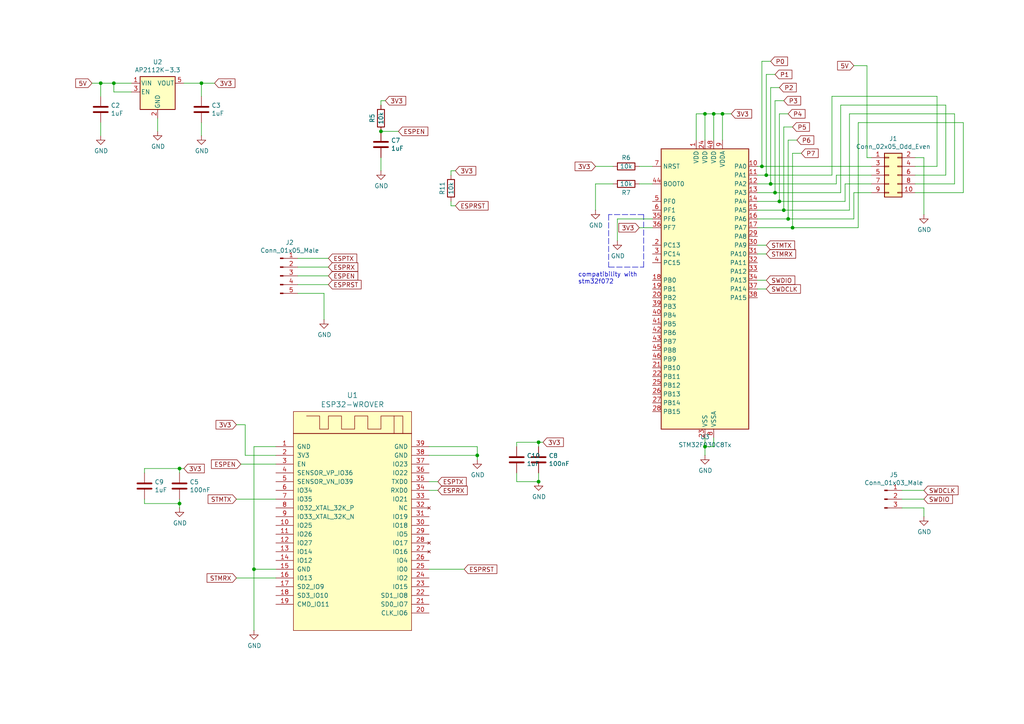
<source format=kicad_sch>
(kicad_sch (version 20250114) (generator "eeschema") (generator_version "9.0")
  (paper "A4")
  (lib_symbols
    (symbol "Connector:Conn_01x03_Pin" (pin_names (offset 1.016) (hide yes))
      (property "Reference" "J" (at 0 5.08 0))
      (property "Value" "Conn_01x03_Pin" (at 0 -5.08 0))
      (symbol "Conn_01x03_Pin_1_1"
        (rectangle (start 0.8636 2.667) (end 0 2.413) (stroke (width 0.1524)) (fill (type outline)))
        (rectangle (start 0.8636 0.127) (end 0 -0.127) (stroke (width 0.1524)) (fill (type outline)))
        (rectangle (start 0.8636 -2.413) (end 0 -2.667) (stroke (width 0.1524)) (fill (type outline)))
        (polyline (pts (xy 1.27 2.54) (xy 0.8636 2.54)) (stroke (width 0.1524)))
        (polyline (pts (xy 1.27 0) (xy 0.8636 0)) (stroke (width 0.1524)))
        (polyline (pts (xy 1.27 -2.54) (xy 0.8636 -2.54)) (stroke (width 0.1524)))
        (pin passive line (at 5.08 2.54 180) (length 3.81) (name "Pin_1") (number "1"))
        (pin passive line (at 5.08 0 180) (length 3.81) (name "Pin_2") (number "2"))
        (pin passive line (at 5.08 -2.54 180) (length 3.81) (name "Pin_3") (number "3"))
      )
    )
    (symbol "Connector:Conn_01x05_Pin" (pin_names (offset 1.016) (hide yes))
      (property "Reference" "J" (at 0 7.62 0))
      (property "Value" "Conn_01x05_Pin" (at 0 -7.62 0))
      (symbol "Conn_01x05_Pin_1_1"
        (rectangle (start 0.8636 5.207) (end 0 4.953) (stroke (width 0.1524)) (fill (type outline)))
        (rectangle (start 0.8636 2.667) (end 0 2.413) (stroke (width 0.1524)) (fill (type outline)))
        (rectangle (start 0.8636 0.127) (end 0 -0.127) (stroke (width 0.1524)) (fill (type outline)))
        (rectangle (start 0.8636 -2.413) (end 0 -2.667) (stroke (width 0.1524)) (fill (type outline)))
        (rectangle (start 0.8636 -4.953) (end 0 -5.207) (stroke (width 0.1524)) (fill (type outline)))
        (polyline (pts (xy 1.27 5.08) (xy 0.8636 5.08)) (stroke (width 0.1524)))
        (polyline (pts (xy 1.27 2.54) (xy 0.8636 2.54)) (stroke (width 0.1524)))
        (polyline (pts (xy 1.27 0) (xy 0.8636 0)) (stroke (width 0.1524)))
        (polyline (pts (xy 1.27 -2.54) (xy 0.8636 -2.54)) (stroke (width 0.1524)))
        (polyline (pts (xy 1.27 -5.08) (xy 0.8636 -5.08)) (stroke (width 0.1524)))
        (pin passive line (at 5.08 5.08 180) (length 3.81) (name "Pin_1") (number "1"))
        (pin passive line (at 5.08 2.54 180) (length 3.81) (name "Pin_2") (number "2"))
        (pin passive line (at 5.08 0 180) (length 3.81) (name "Pin_3") (number "3"))
        (pin passive line (at 5.08 -2.54 180) (length 3.81) (name "Pin_4") (number "4"))
        (pin passive line (at 5.08 -5.08 180) (length 3.81) (name "Pin_5") (number "5"))
      )
    )
    (symbol "Connector_Generic:Conn_02x05_Odd_Even" (pin_names (offset 1.016) (hide yes))
      (property "Reference" "J" (at 1.27 7.62 0))
      (property "Value" "Conn_02x05_Odd_Even" (at 1.27 -7.62 0))
      (symbol "Conn_02x05_Odd_Even_1_1"
        (rectangle (start -1.27 6.35) (end 3.81 -6.35) (stroke (width 0.254)) (fill (type background)))
        (rectangle (start -1.27 5.207) (end 0 4.953) (stroke (width 0.1524)))
        (rectangle (start -1.27 2.667) (end 0 2.413) (stroke (width 0.1524)))
        (rectangle (start -1.27 0.127) (end 0 -0.127) (stroke (width 0.1524)))
        (rectangle (start -1.27 -2.413) (end 0 -2.667) (stroke (width 0.1524)))
        (rectangle (start -1.27 -4.953) (end 0 -5.207) (stroke (width 0.1524)))
        (rectangle (start 3.81 5.207) (end 2.54 4.953) (stroke (width 0.1524)))
        (rectangle (start 3.81 2.667) (end 2.54 2.413) (stroke (width 0.1524)))
        (rectangle (start 3.81 0.127) (end 2.54 -0.127) (stroke (width 0.1524)))
        (rectangle (start 3.81 -2.413) (end 2.54 -2.667) (stroke (width 0.1524)))
        (rectangle (start 3.81 -4.953) (end 2.54 -5.207) (stroke (width 0.1524)))
        (pin passive line (at -5.08 5.08 0) (length 3.81) (name "Pin_1") (number "1"))
        (pin passive line (at -5.08 2.54 0) (length 3.81) (name "Pin_3") (number "3"))
        (pin passive line (at -5.08 0 0) (length 3.81) (name "Pin_5") (number "5"))
        (pin passive line (at -5.08 -2.54 0) (length 3.81) (name "Pin_7") (number "7"))
        (pin passive line (at -5.08 -5.08 0) (length 3.81) (name "Pin_9") (number "9"))
        (pin passive line (at 7.62 5.08 180) (length 3.81) (name "Pin_2") (number "2"))
        (pin passive line (at 7.62 2.54 180) (length 3.81) (name "Pin_4") (number "4"))
        (pin passive line (at 7.62 0 180) (length 3.81) (name "Pin_6") (number "6"))
        (pin passive line (at 7.62 -2.54 180) (length 3.81) (name "Pin_8") (number "8"))
        (pin passive line (at 7.62 -5.08 180) (length 3.81) (name "Pin_10") (number "10"))
      )
    )
    (symbol "Device:C" (pin_numbers (hide yes)) (pin_names (offset 0.254))
      (property "Reference" "C" (at 0.635 2.54 0))
      (property "Value" "C" (at 0.635 -2.54 0))
      (symbol "C_0_1"
        (polyline (pts (xy -2.032 0.762) (xy 2.032 0.762)) (stroke (width 0.508)))
        (polyline (pts (xy -2.032 -0.762) (xy 2.032 -0.762)) (stroke (width 0.508)))
      )
      (symbol "C_1_1"
        (pin passive line (at 0 3.81 270) (length 2.794) (name "~") (number "1"))
        (pin passive line (at 0 -3.81 90) (length 2.794) (name "~") (number "2"))
      )
    )
    (symbol "Device:R" (pin_numbers (hide yes)) (pin_names (offset 0))
      (property "Reference" "R" (at 2.032 0 90))
      (property "Value" "R" (at 0 0 90))
      (symbol "R_0_1"
        (rectangle (start -1.016 -2.54) (end 1.016 2.54) (stroke (width 0.254)))
      )
      (symbol "R_1_1"
        (pin passive line (at 0 3.81 270) (length 1.27) (name "~") (number "1"))
        (pin passive line (at 0 -3.81 90) (length 1.27) (name "~") (number "2"))
      )
    )
    (symbol "MCU_ST_STM32F0:STM32F030C8Tx"
      (property "Reference" "U" (at -12.7 41.91 0))
      (property "Value" "STM32F030C8Tx" (at 7.62 41.91 0))
      (symbol "STM32F030C8Tx_0_1"
        (rectangle (start -12.7 -40.64) (end 12.7 40.64) (stroke (width 0.254)) (fill (type background)))
      )
      (symbol "STM32F030C8Tx_1_1"
        (pin input line (at -15.24 35.56 0) (length 2.54) (name "NRST") (number "7"))
        (pin input line (at -15.24 30.48 0) (length 2.54) (name "BOOT0") (number "44"))
        (pin bidirectional line (at -15.24 25.4 0) (length 2.54) (name "PF0") (number "5"))
        (pin bidirectional line (at -15.24 22.86 0) (length 2.54) (name "PF1") (number "6"))
        (pin bidirectional line (at -15.24 20.32 0) (length 2.54) (name "PF6") (number "35"))
        (pin bidirectional line (at -15.24 17.78 0) (length 2.54) (name "PF7") (number "36"))
        (pin bidirectional line (at -15.24 12.7 0) (length 2.54) (name "PC13") (number "2"))
        (pin bidirectional line (at -15.24 10.16 0) (length 2.54) (name "PC14") (number "3"))
        (pin bidirectional line (at -15.24 7.62 0) (length 2.54) (name "PC15") (number "4"))
        (pin bidirectional line (at -15.24 2.54 0) (length 2.54) (name "PB0") (number "18"))
        (pin bidirectional line (at -15.24 0 0) (length 2.54) (name "PB1") (number "19"))
        (pin bidirectional line (at -15.24 -2.54 0) (length 2.54) (name "PB2") (number "20"))
        (pin bidirectional line (at -15.24 -5.08 0) (length 2.54) (name "PB3") (number "39"))
        (pin bidirectional line (at -15.24 -7.62 0) (length 2.54) (name "PB4") (number "40"))
        (pin bidirectional line (at -15.24 -10.16 0) (length 2.54) (name "PB5") (number "41"))
        (pin bidirectional line (at -15.24 -12.7 0) (length 2.54) (name "PB6") (number "42"))
        (pin bidirectional line (at -15.24 -15.24 0) (length 2.54) (name "PB7") (number "43"))
        (pin bidirectional line (at -15.24 -17.78 0) (length 2.54) (name "PB8") (number "45"))
        (pin bidirectional line (at -15.24 -20.32 0) (length 2.54) (name "PB9") (number "46"))
        (pin bidirectional line (at -15.24 -22.86 0) (length 2.54) (name "PB10") (number "21"))
        (pin bidirectional line (at -15.24 -25.4 0) (length 2.54) (name "PB11") (number "22"))
        (pin bidirectional line (at -15.24 -27.94 0) (length 2.54) (name "PB12") (number "25"))
        (pin bidirectional line (at -15.24 -30.48 0) (length 2.54) (name "PB13") (number "26"))
        (pin bidirectional line (at -15.24 -33.02 0) (length 2.54) (name "PB14") (number "27"))
        (pin bidirectional line (at -15.24 -35.56 0) (length 2.54) (name "PB15") (number "28"))
        (pin power_in line (at -2.54 43.18 270) (length 2.54) (name "VDD") (number "1"))
        (pin power_in line (at 0 43.18 270) (length 2.54) (name "VDD") (number "24"))
        (pin power_in line (at 0 -43.18 90) (length 2.54) (name "VSS") (number "23"))
        (pin passive line (at 0 -43.18 90) (length 2.54) (hide yes) (name "VSS") (number "47"))
        (pin power_in line (at 2.54 43.18 270) (length 2.54) (name "VDD") (number "48"))
        (pin power_in line (at 2.54 -43.18 90) (length 2.54) (name "VSSA") (number "8"))
        (pin power_in line (at 5.08 43.18 270) (length 2.54) (name "VDDA") (number "9"))
        (pin bidirectional line (at 15.24 35.56 180) (length 2.54) (name "PA0") (number "10"))
        (pin bidirectional line (at 15.24 33.02 180) (length 2.54) (name "PA1") (number "11"))
        (pin bidirectional line (at 15.24 30.48 180) (length 2.54) (name "PA2") (number "12"))
        (pin bidirectional line (at 15.24 27.94 180) (length 2.54) (name "PA3") (number "13"))
        (pin bidirectional line (at 15.24 25.4 180) (length 2.54) (name "PA4") (number "14"))
        (pin bidirectional line (at 15.24 22.86 180) (length 2.54) (name "PA5") (number "15"))
        (pin bidirectional line (at 15.24 20.32 180) (length 2.54) (name "PA6") (number "16"))
        (pin bidirectional line (at 15.24 17.78 180) (length 2.54) (name "PA7") (number "17"))
        (pin bidirectional line (at 15.24 15.24 180) (length 2.54) (name "PA8") (number "29"))
        (pin bidirectional line (at 15.24 12.7 180) (length 2.54) (name "PA9") (number "30"))
        (pin bidirectional line (at 15.24 10.16 180) (length 2.54) (name "PA10") (number "31"))
        (pin bidirectional line (at 15.24 7.62 180) (length 2.54) (name "PA11") (number "32"))
        (pin bidirectional line (at 15.24 5.08 180) (length 2.54) (name "PA12") (number "33"))
        (pin bidirectional line (at 15.24 2.54 180) (length 2.54) (name "PA13") (number "34"))
        (pin bidirectional line (at 15.24 0 180) (length 2.54) (name "PA14") (number "37"))
        (pin bidirectional line (at 15.24 -2.54 180) (length 2.54) (name "PA15") (number "38"))
      )
    )
    (symbol "Regulator_Linear:AP2112K-3.3" (pin_names (offset 0.254))
      (property "Reference" "U" (at -5.08 5.715 0))
      (property "Value" "AP2112K-3.3" (at 0 5.715 0))
      (symbol "AP2112K-3.3_0_1"
        (rectangle (start -5.08 4.445) (end 5.08 -5.08) (stroke (width 0.254)) (fill (type background)))
      )
      (symbol "AP2112K-3.3_1_1"
        (pin power_in line (at -7.62 2.54 0) (length 2.54) (name "VIN") (number "1"))
        (pin input line (at -7.62 0 0) (length 2.54) (name "EN") (number "3"))
        (pin power_in line (at 0 -7.62 90) (length 2.54) (name "GND") (number "2"))
        (pin no_connect line (at 5.08 0 180) (length 2.54) (hide yes) (name "NC") (number "4"))
        (pin power_out line (at 7.62 2.54 180) (length 2.54) (name "VOUT") (number "5"))
      )
    )
    (symbol "esp32-wrover:ESP32-WROVER" (pin_names (offset 1.016))
      (property "Reference" "U" (at -15.24 -33.02 0))
      (property "Value" "ESP32-WROVER" (at 6.35 -33.02 0))
      (symbol "ESP32-WROVER_0_1"
        (rectangle (start -17.78 29.21) (end 16.51 22.86) (fill (type background)))
        (rectangle (start -17.78 22.86) (end 16.51 -34.29) (fill (type background)))
        (polyline (pts (xy -13.97 27.94) (xy -10.16 27.94) (xy -10.16 24.13) (xy -7.62 24.13) (xy -7.62 27.94) (xy -3.81 27.94) (xy -3.81 24.13) (xy 0 24.13) (xy 0 27.94) (xy 3.81 27.94) (xy 3.81 24.13) (xy 7.62 24.13) (xy 7.62 27.94) (xy 11.43 27.94) (xy 11.43 22.86)))
        (polyline (pts (xy 11.43 27.94) (xy 13.97 27.94) (xy 13.97 22.86)))
      )
      (symbol "ESP32-WROVER_1_1"
        (pin power_in line (at -22.86 19.05 0) (length 5.08) (name "GND") (number "1"))
        (pin power_in line (at -22.86 16.51 0) (length 5.08) (name "3V3") (number "2"))
        (pin input line (at -22.86 13.97 0) (length 5.08) (name "EN") (number "3"))
        (pin input line (at -22.86 11.43 0) (length 5.08) (name "SENSOR_VP_IO36") (number "4"))
        (pin input line (at -22.86 8.89 0) (length 5.08) (name "SENSOR_VN_IO39") (number "5"))
        (pin input line (at -22.86 6.35 0) (length 5.08) (name "IO34") (number "6"))
        (pin input line (at -22.86 3.81 0) (length 5.08) (name "IO35") (number "7"))
        (pin bidirectional line (at -22.86 1.27 0) (length 5.08) (name "IO32_XTAL_32K_P") (number "8"))
        (pin bidirectional line (at -22.86 -1.27 0) (length 5.08) (name "IO33_XTAL_32K_N") (number "9"))
        (pin bidirectional line (at -22.86 -3.81 0) (length 5.08) (name "IO25") (number "10"))
        (pin bidirectional line (at -22.86 -6.35 0) (length 5.08) (name "IO26") (number "11"))
        (pin bidirectional line (at -22.86 -8.89 0) (length 5.08) (name "IO27") (number "12"))
        (pin bidirectional line (at -22.86 -11.43 0) (length 5.08) (name "IO14") (number "13"))
        (pin bidirectional line (at -22.86 -13.97 0) (length 5.08) (name "IO12") (number "14"))
        (pin power_in line (at -22.86 -16.51 0) (length 5.08) (name "GND") (number "15"))
        (pin bidirectional line (at -22.86 -19.05 0) (length 5.08) (name "IO13") (number "16"))
        (pin bidirectional line (at -22.86 -21.59 0) (length 5.08) (name "SD2_IO9") (number "17"))
        (pin bidirectional line (at -22.86 -24.13 0) (length 5.08) (name "SD3_IO10") (number "18"))
        (pin bidirectional line (at -22.86 -26.67 0) (length 5.08) (name "CMD_IO11") (number "19"))
        (pin power_in line (at 21.59 19.05 180) (length 5.08) (name "GND") (number "39"))
        (pin power_in line (at 21.59 16.51 180) (length 5.08) (name "GND") (number "38"))
        (pin bidirectional line (at 21.59 13.97 180) (length 5.08) (name "IO23") (number "37"))
        (pin bidirectional line (at 21.59 11.43 180) (length 5.08) (name "IO22") (number "36"))
        (pin output line (at 21.59 8.89 180) (length 5.08) (name "TXD0") (number "35"))
        (pin input line (at 21.59 6.35 180) (length 5.08) (name "RXD0") (number "34"))
        (pin bidirectional line (at 21.59 3.81 180) (length 5.08) (name "IO21") (number "33"))
        (pin no_connect line (at 21.59 1.27 180) (length 5.08) (name "NC") (number "32"))
        (pin bidirectional line (at 21.59 -1.27 180) (length 5.08) (name "IO19") (number "31"))
        (pin bidirectional line (at 21.59 -3.81 180) (length 5.08) (name "IO18") (number "30"))
        (pin bidirectional line (at 21.59 -6.35 180) (length 5.08) (name "IO5") (number "29"))
        (pin no_connect line (at 21.59 -8.89 180) (length 5.08) (name "IO17") (number "28"))
        (pin no_connect line (at 21.59 -11.43 180) (length 5.08) (name "IO16") (number "27"))
        (pin bidirectional line (at 21.59 -13.97 180) (length 5.08) (name "IO4") (number "26"))
        (pin bidirectional line (at 21.59 -16.51 180) (length 5.08) (name "IO0") (number "25"))
        (pin bidirectional line (at 21.59 -19.05 180) (length 5.08) (name "IO2") (number "24"))
        (pin bidirectional line (at 21.59 -21.59 180) (length 5.08) (name "IO15") (number "23"))
        (pin bidirectional line (at 21.59 -24.13 180) (length 5.08) (name "SD1_IO8") (number "22"))
        (pin bidirectional line (at 21.59 -26.67 180) (length 5.08) (name "SD0_IO7") (number "21"))
        (pin bidirectional line (at 21.59 -29.21 180) (length 5.08) (name "CLK_IO6") (number "20"))
      )
    )
    (symbol "power:GND" (power) (pin_numbers (hide yes)) (pin_names (offset 0) (hide yes))
      (property "Value" "GND" (at 0 -3.81 0))
      (symbol "GND_0_1"
        (polyline (pts (xy 0 0) (xy 0 -1.27) (xy 1.27 -1.27) (xy 0 -2.54) (xy -1.27 -1.27) (xy 0 -1.27)))
      )
      (symbol "GND_1_1"
        (pin power_in line (at 0 0 270) (length 0) (name "~") (number "1"))
      )
    )
  )
  (text "compatibility with\nstm32f072" (at 167.64 82.55 0) (effects (font (size 1.27 1.27)) (justify left bottom)))
  (junction (at 138.43 132.08))
  (junction (at 224.79 55.88))
  (junction (at 204.47 33.02))
  (junction (at 226.06 58.42))
  (junction (at 227.33 60.96))
  (junction (at 207.01 33.02))
  (junction (at 204.47 129.54))
  (junction (at 222.25 50.8))
  (junction (at 110.49 38.1))
  (junction (at 156.21 139.7))
  (junction (at 52.07 146.05))
  (junction (at 29.21 24.13))
  (junction (at 229.87 66.04))
  (junction (at 52.07 135.89))
  (junction (at 156.21 128.27))
  (junction (at 228.6 63.5))
  (junction (at 73.66 165.1))
  (junction (at 33.02 24.13))
  (junction (at 220.98 48.26))
  (junction (at 223.52 53.34))
  (junction (at 58.42 24.13))
  (junction (at 209.55 33.02))
  (wire (pts (xy 86.36 80.01) (xy 95.25 80.01)))
  (wire (pts (xy 138.43 129.54) (xy 138.43 132.08)))
  (wire (pts (xy 124.46 132.08) (xy 138.43 132.08)))
  (wire (pts (xy 73.66 165.1) (xy 73.66 182.88)))
  (wire (pts (xy 111.76 29.21) (xy 110.49 29.21)))
  (wire (pts (xy 110.49 45.72) (xy 110.49 49.53)))
  (wire (pts (xy 177.8 53.34) (xy 172.72 53.34)))
  (wire (pts (xy 45.72 38.1) (xy 45.72 34.29)))
  (wire (pts (xy 189.23 53.34) (xy 185.42 53.34)))
  (wire (pts (xy 223.52 53.34) (xy 242.57 53.34)))
  (wire (pts (xy 241.3 50.8) (xy 241.3 27.94)))
  (wire (pts (xy 276.86 33.02) (xy 246.38 33.02)))
  (wire (pts (xy 224.79 29.21) (xy 224.79 55.88)))
  (wire (pts (xy 156.21 137.16) (xy 156.21 139.7)))
  (wire (pts (xy 247.65 19.05) (xy 251.46 19.05)))
  (wire (pts (xy 201.93 33.02) (xy 201.93 40.64)))
  (wire (pts (xy 267.97 45.72) (xy 267.97 62.23)))
  (wire (pts (xy 226.06 58.42) (xy 245.11 58.42)))
  (wire (pts (xy 248.92 35.56) (xy 279.4 35.56)))
  (wire (pts (xy 80.01 165.1) (xy 73.66 165.1)))
  (wire (pts (xy 73.66 129.54) (xy 73.66 165.1)))
  (wire (pts (xy 227.33 36.83) (xy 227.33 60.96)))
  (wire (pts (xy 222.25 21.59) (xy 222.25 50.8)))
  (wire (pts (xy 86.36 82.55) (xy 95.25 82.55)))
  (wire (pts (xy 132.08 49.53) (xy 130.81 49.53)))
  (wire (pts (xy 127 142.24) (xy 124.46 142.24)))
  (wire (pts (xy 86.36 77.47) (xy 95.25 77.47)))
  (wire (pts (xy 267.97 142.24) (xy 261.62 142.24)))
  (wire (pts (xy 157.48 128.27) (xy 156.21 128.27)))
  (wire (pts (xy 229.87 36.83) (xy 227.33 36.83)))
  (wire (pts (xy 224.79 21.59) (xy 222.25 21.59)))
  (wire (pts (xy 124.46 165.1) (xy 134.62 165.1)))
  (wire (pts (xy 189.23 63.5) (xy 179.07 63.5)))
  (wire (pts (xy 156.21 128.27) (xy 156.21 129.54)))
  (wire (pts (xy 228.6 40.64) (xy 228.6 63.5)))
  (wire (pts (xy 219.71 55.88) (xy 224.79 55.88)))
  (wire (pts (xy 229.87 66.04) (xy 248.92 66.04)))
  (wire (pts (xy 267.97 147.32) (xy 261.62 147.32)))
  (wire (pts (xy 68.58 167.64) (xy 80.01 167.64)))
  (wire (pts (xy 226.06 25.4) (xy 223.52 25.4)))
  (wire (pts (xy 130.81 58.42) (xy 130.81 59.69)))
  (wire (pts (xy 207.01 33.02) (xy 209.55 33.02)))
  (wire (pts (xy 219.71 53.34) (xy 223.52 53.34)))
  (wire (pts (xy 33.02 26.67) (xy 38.1 26.67)))
  (wire (pts (xy 219.71 58.42) (xy 226.06 58.42)))
  (wire (pts (xy 219.71 63.5) (xy 228.6 63.5)))
  (wire (pts (xy 204.47 132.08) (xy 204.47 129.54)))
  (wire (pts (xy 279.4 35.56) (xy 279.4 55.88)))
  (wire (pts (xy 127 139.7) (xy 124.46 139.7)))
  (wire (pts (xy 232.41 44.45) (xy 229.87 44.45)))
  (wire (pts (xy 110.49 29.21) (xy 110.49 30.48)))
  (wire (pts (xy 86.36 85.09) (xy 93.98 85.09)))
  (wire (pts (xy 219.71 48.26) (xy 220.98 48.26)))
  (bus (pts (xy -31.75 -25.4) (xy -29.21 -22.86)))
  (wire (pts (xy 52.07 135.89) (xy 41.91 135.89)))
  (polyline (pts (xy 186.69 77.47) (xy 186.69 62.23)) (stroke (width 0) (type dash)))
  (wire (pts (xy 130.81 49.53) (xy 130.81 50.8)))
  (wire (pts (xy 204.47 33.02) (xy 201.93 33.02)))
  (wire (pts (xy 274.32 50.8) (xy 265.43 50.8)))
  (wire (pts (xy 219.71 66.04) (xy 229.87 66.04)))
  (wire (pts (xy 248.92 66.04) (xy 248.92 35.56)))
  (wire (pts (xy 223.52 25.4) (xy 223.52 53.34)))
  (wire (pts (xy 222.25 73.66) (xy 219.71 73.66)))
  (wire (pts (xy 207.01 129.54) (xy 204.47 129.54)))
  (wire (pts (xy 58.42 24.13) (xy 53.34 24.13)))
  (wire (pts (xy 41.91 135.89) (xy 41.91 137.16)))
  (wire (pts (xy 219.71 50.8) (xy 222.25 50.8)))
  (wire (pts (xy 252.73 53.34) (xy 245.11 53.34)))
  (wire (pts (xy 222.25 50.8) (xy 241.3 50.8)))
  (wire (pts (xy 80.01 129.54) (xy 73.66 129.54)))
  (wire (pts (xy 52.07 144.78) (xy 52.07 146.05)))
  (wire (pts (xy 156.21 128.27) (xy 149.86 128.27)))
  (wire (pts (xy 52.07 146.05) (xy 52.07 147.32)))
  (wire (pts (xy 220.98 17.78) (xy 220.98 48.26)))
  (wire (pts (xy 93.98 85.09) (xy 93.98 92.71)))
  (wire (pts (xy 138.43 132.08) (xy 138.43 133.35)))
  (wire (pts (xy 222.25 71.12) (xy 219.71 71.12)))
  (wire (pts (xy 68.58 123.19) (xy 71.12 123.19)))
  (wire (pts (xy 149.86 139.7) (xy 156.21 139.7)))
  (wire (pts (xy 58.42 27.94) (xy 58.42 24.13)))
  (wire (pts (xy 247.65 63.5) (xy 247.65 55.88)))
  (wire (pts (xy 41.91 144.78) (xy 41.91 146.05)))
  (wire (pts (xy 224.79 55.88) (xy 243.84 55.88)))
  (wire (pts (xy 58.42 35.56) (xy 58.42 39.37)))
  (wire (pts (xy 53.34 135.89) (xy 52.07 135.89)))
  (wire (pts (xy 223.52 17.78) (xy 220.98 17.78)))
  (wire (pts (xy 227.33 29.21) (xy 224.79 29.21)))
  (wire (pts (xy 271.78 27.94) (xy 271.78 48.26)))
  (wire (pts (xy 179.07 63.5) (xy 179.07 69.85)))
  (wire (pts (xy 219.71 60.96) (xy 227.33 60.96)))
  (wire (pts (xy 252.73 55.88) (xy 247.65 55.88)))
  (wire (pts (xy 80.01 134.62) (xy 69.85 134.62)))
  (wire (pts (xy 252.73 45.72) (xy 251.46 45.72)))
  (wire (pts (xy 207.01 127) (xy 207.01 129.54)))
  (wire (pts (xy 29.21 24.13) (xy 29.21 27.94)))
  (wire (pts (xy 276.86 33.02) (xy 276.86 53.34)))
  (wire (pts (xy 68.58 144.78) (xy 80.01 144.78)))
  (wire (pts (xy 71.12 123.19) (xy 71.12 132.08)))
  (wire (pts (xy 189.23 66.04) (xy 185.42 66.04)))
  (wire (pts (xy 71.12 132.08) (xy 80.01 132.08)))
  (wire (pts (xy 149.86 128.27) (xy 149.86 129.54)))
  (wire (pts (xy 267.97 144.78) (xy 261.62 144.78)))
  (wire (pts (xy 41.91 146.05) (xy 52.07 146.05)))
  (wire (pts (xy 276.86 53.34) (xy 265.43 53.34)))
  (wire (pts (xy 149.86 137.16) (xy 149.86 139.7)))
  (wire (pts (xy 209.55 33.02) (xy 209.55 40.64)))
  (wire (pts (xy 265.43 45.72) (xy 267.97 45.72)))
  (wire (pts (xy 220.98 48.26) (xy 252.73 48.26)))
  (wire (pts (xy 231.14 40.64) (xy 228.6 40.64)))
  (wire (pts (xy 124.46 129.54) (xy 138.43 129.54)))
  (wire (pts (xy 29.21 24.13) (xy 33.02 24.13)))
  (wire (pts (xy 132.08 59.69) (xy 130.81 59.69)))
  (wire (pts (xy 251.46 19.05) (xy 251.46 45.72)))
  (wire (pts (xy 226.06 33.02) (xy 226.06 58.42)))
  (wire (pts (xy 62.23 24.13) (xy 58.42 24.13)))
  (polyline (pts (xy 176.53 62.23) (xy 176.53 77.47)) (stroke (width 0) (type dash)))
  (wire (pts (xy 274.32 30.48) (xy 274.32 50.8)))
  (wire (pts (xy 52.07 135.89) (xy 52.07 137.16)))
  (wire (pts (xy 204.47 129.54) (xy 204.47 127)))
  (wire (pts (xy 243.84 55.88) (xy 243.84 30.48)))
  (wire (pts (xy 242.57 50.8) (xy 252.73 50.8)))
  (polyline (pts (xy 186.69 62.23) (xy 176.53 62.23)) (stroke (width 0) (type dash)))
  (wire (pts (xy 209.55 33.02) (xy 212.09 33.02)))
  (wire (pts (xy 245.11 58.42) (xy 245.11 53.34)))
  (polyline (pts (xy 176.53 77.47) (xy 186.69 77.47)) (stroke (width 0) (type dash)))
  (wire (pts (xy 228.6 63.5) (xy 247.65 63.5)))
  (wire (pts (xy 115.57 38.1) (xy 110.49 38.1)))
  (wire (pts (xy 267.97 149.86) (xy 267.97 147.32)))
  (wire (pts (xy 204.47 33.02) (xy 204.47 40.64)))
  (wire (pts (xy 185.42 48.26) (xy 189.23 48.26)))
  (wire (pts (xy 271.78 48.26) (xy 265.43 48.26)))
  (wire (pts (xy 38.1 24.13) (xy 33.02 24.13)))
  (wire (pts (xy 86.36 74.93) (xy 95.25 74.93)))
  (wire (pts (xy 279.4 55.88) (xy 265.43 55.88)))
  (wire (pts (xy 228.6 33.02) (xy 226.06 33.02)))
  (wire (pts (xy 241.3 27.94) (xy 271.78 27.94)))
  (wire (pts (xy 177.8 48.26) (xy 172.72 48.26)))
  (wire (pts (xy 26.67 24.13) (xy 29.21 24.13)))
  (wire (pts (xy 29.21 35.56) (xy 29.21 39.37)))
  (wire (pts (xy 246.38 60.96) (xy 246.38 33.02)))
  (wire (pts (xy 242.57 53.34) (xy 242.57 50.8)))
  (wire (pts (xy 222.25 83.82) (xy 219.71 83.82)))
  (wire (pts (xy 207.01 33.02) (xy 207.01 40.64)))
  (wire (pts (xy 33.02 24.13) (xy 33.02 26.67)))
  (wire (pts (xy 229.87 44.45) (xy 229.87 66.04)))
  (wire (pts (xy 243.84 30.48) (xy 274.32 30.48)))
  (wire (pts (xy 227.33 60.96) (xy 246.38 60.96)))
  (wire (pts (xy 172.72 60.96) (xy 172.72 53.34)))
  (wire (pts (xy 222.25 81.28) (xy 219.71 81.28)))
  (wire (pts (xy 207.01 33.02) (xy 204.47 33.02)))
  (global_label "SWDCLK" (shape input) (at 267.97 142.24 0) (property "Intersheetrefs" "${INTERSHEET_REFS}" (effects (hide yes))))
  (global_label "P4" (shape input) (at 228.6 33.02 0) (property "Intersheetrefs" "${INTERSHEET_REFS}" (effects (hide yes))))
  (global_label "P7" (shape input) (at 232.41 44.45 0) (property "Intersheetrefs" "${INTERSHEET_REFS}" (effects (hide yes))))
  (global_label "ESPTX" (shape input) (at 127 139.7 0) (property "Intersheetrefs" "${INTERSHEET_REFS}" (effects (hide yes))))
  (global_label "STMRX" (shape input) (at 68.58 167.64 180) (property "Intersheetrefs" "${INTERSHEET_REFS}" (effects (hide yes))))
  (global_label "ESPEN" (shape input) (at 69.85 134.62 180) (property "Intersheetrefs" "${INTERSHEET_REFS}" (effects (hide yes))))
  (global_label "P1" (shape input) (at 224.79 21.59 0) (property "Intersheetrefs" "${INTERSHEET_REFS}" (effects (hide yes))))
  (global_label "3V3" (shape input) (at 132.08 49.53 0) (property "Intersheetrefs" "${INTERSHEET_REFS}" (effects (hide yes))))
  (global_label "5V" (shape input) (at 247.65 19.05 180) (property "Intersheetrefs" "${INTERSHEET_REFS}" (effects (hide yes))))
  (global_label "5V" (shape input) (at 26.67 24.13 180) (property "Intersheetrefs" "${INTERSHEET_REFS}" (effects (hide yes))))
  (global_label "P2" (shape input) (at 226.06 25.4 0) (property "Intersheetrefs" "${INTERSHEET_REFS}" (effects (hide yes))))
  (global_label "3V3" (shape input) (at 68.58 123.19 180) (property "Intersheetrefs" "${INTERSHEET_REFS}" (effects (hide yes))))
  (global_label "SWDCLK" (shape input) (at 222.25 83.82 0) (property "Intersheetrefs" "${INTERSHEET_REFS}" (effects (hide yes))))
  (global_label "3V3" (shape input) (at 212.09 33.02 0) (property "Intersheetrefs" "${INTERSHEET_REFS}" (effects (hide yes))))
  (global_label "ESPEN" (shape input) (at 95.25 80.01 0) (property "Intersheetrefs" "${INTERSHEET_REFS}" (effects (hide yes))))
  (global_label "ESPRX" (shape input) (at 95.25 77.47 0) (property "Intersheetrefs" "${INTERSHEET_REFS}" (effects (hide yes))))
  (global_label "ESPRST" (shape input) (at 95.25 82.55 0) (property "Intersheetrefs" "${INTERSHEET_REFS}" (effects (hide yes))))
  (global_label "3V3" (shape input) (at 157.48 128.27 0) (property "Intersheetrefs" "${INTERSHEET_REFS}" (effects (hide yes))))
  (global_label "ESPRST" (shape input) (at 134.62 165.1 0) (property "Intersheetrefs" "${INTERSHEET_REFS}" (effects (hide yes))))
  (global_label "P3" (shape input) (at 227.33 29.21 0) (property "Intersheetrefs" "${INTERSHEET_REFS}" (effects (hide yes))))
  (global_label "P5" (shape input) (at 229.87 36.83 0) (property "Intersheetrefs" "${INTERSHEET_REFS}" (effects (hide yes))))
  (global_label "P0" (shape input) (at 223.52 17.78 0) (property "Intersheetrefs" "${INTERSHEET_REFS}" (effects (hide yes))))
  (global_label "3V3" (shape input) (at 111.76 29.21 0) (property "Intersheetrefs" "${INTERSHEET_REFS}" (effects (hide yes))))
  (global_label "SWDIO" (shape input) (at 267.97 144.78 0) (property "Intersheetrefs" "${INTERSHEET_REFS}" (effects (hide yes))))
  (global_label "3V3" (shape input) (at 172.72 48.26 180) (property "Intersheetrefs" "${INTERSHEET_REFS}" (effects (hide yes))))
  (global_label "ESPRST" (shape input) (at 132.08 59.69 0) (property "Intersheetrefs" "${INTERSHEET_REFS}" (effects (hide yes))))
  (global_label "STMRX" (shape input) (at 222.25 73.66 0) (property "Intersheetrefs" "${INTERSHEET_REFS}" (effects (hide yes))))
  (global_label "3V3" (shape input) (at 62.23 24.13 0) (property "Intersheetrefs" "${INTERSHEET_REFS}" (effects (hide yes))))
  (global_label "ESPEN" (shape input) (at 115.57 38.1 0) (property "Intersheetrefs" "${INTERSHEET_REFS}" (effects (hide yes))))
  (global_label "3V3" (shape input) (at 53.34 135.89 0) (property "Intersheetrefs" "${INTERSHEET_REFS}" (effects (hide yes))))
  (global_label "STMTX" (shape input) (at 68.58 144.78 180) (property "Intersheetrefs" "${INTERSHEET_REFS}" (effects (hide yes))))
  (global_label "ESPRX" (shape input) (at 127 142.24 0) (property "Intersheetrefs" "${INTERSHEET_REFS}" (effects (hide yes))))
  (global_label "3V3" (shape input) (at 185.42 66.04 180) (property "Intersheetrefs" "${INTERSHEET_REFS}" (effects (hide yes))))
  (global_label "SWDIO" (shape input) (at 222.25 81.28 0) (property "Intersheetrefs" "${INTERSHEET_REFS}" (effects (hide yes))))
  (global_label "STMTX" (shape input) (at 222.25 71.12 0) (property "Intersheetrefs" "${INTERSHEET_REFS}" (effects (hide yes))))
  (global_label "ESPTX" (shape input) (at 95.25 74.93 0) (property "Intersheetrefs" "${INTERSHEET_REFS}" (effects (hide yes))))
  (global_label "P6" (shape input) (at 231.14 40.64 0) (property "Intersheetrefs" "${INTERSHEET_REFS}" (effects (hide yes))))
  (symbol (lib_id "esp32-wrover:ESP32-WROVER") (at 102.87 148.59 0) (unit 1)
    (property "Reference" "U1" (at 102.235 114.6302 0) (effects (font (size 1.524 1.524))))
    (property "Value" "ESP32-WROVER" (at 102.235 117.3226 0) (effects (font (size 1.524 1.524))))
    (property "Footprint" "esp32-wrover:XCVR_ESP32-WROVER" (effects (hide yes)))
    (property "LCSC" "C701352" (effects (hide yes)))
  )
  (symbol (lib_id "power:GND") (at 204.47 132.08 0) (unit 1)
    (property "Reference" "#PWR0103" (effects (hide yes)))
    (property "Value" "GND" (at 204.597 136.4742 0))
  )
  (symbol (lib_id "Device:R") (at 181.61 48.26 270) (unit 1)
    (property "Reference" "R6" (at 181.61 45.72 90))
    (property "Value" "10k" (at 181.61 48.26 90))
    (property "Footprint" "Resistor_SMD:R_0402_1005Metric" (effects (hide yes)))
    (property "LCSC" "C25744" (effects (hide yes)))
  )
  (symbol (lib_id "Device:R") (at 181.61 53.34 270) (unit 1)
    (property "Reference" "R7" (at 181.61 55.88 90))
    (property "Value" "10k" (at 181.61 53.34 90))
    (property "Footprint" "Resistor_SMD:R_0402_1005Metric" (effects (hide yes)))
    (property "LCSC" "C25744" (effects (hide yes)))
  )
  (symbol (lib_id "power:GND") (at 172.72 60.96 0) (unit 1)
    (property "Reference" "#PWR0106" (effects (hide yes)))
    (property "Value" "GND" (at 172.847 65.3542 0))
  )
  (symbol (lib_id "Device:C") (at 110.49 41.91 0) (unit 1)
    (property "Reference" "C7" (at 113.411 40.7416 0) (effects (justify left)))
    (property "Value" "1uF" (at 113.411 43.053 0) (effects (justify left)))
    (property "Footprint" "Capacitor_SMD:C_0402_1005Metric" (effects (hide yes)))
    (property "LCSC" "C52923" (effects (hide yes)))
  )
  (symbol (lib_id "power:GND") (at 110.49 49.53 0) (unit 1)
    (property "Reference" "#PWR0112" (effects (hide yes)))
    (property "Value" "GND" (at 110.617 53.9242 0))
  )
  (symbol (lib_id "Device:C") (at 156.21 133.35 0) (unit 1)
    (property "Reference" "C8" (at 159.131 132.1816 0) (effects (justify left)))
    (property "Value" "100nF" (at 159.131 134.493 0) (effects (justify left)))
    (property "Footprint" "Capacitor_SMD:C_0402_1005Metric" (effects (hide yes)))
    (property "LCSC" "C1525" (effects (hide yes)))
  )
  (symbol (lib_id "power:GND") (at 156.21 139.7 0) (unit 1)
    (property "Reference" "#PWR0107" (effects (hide yes)))
    (property "Value" "GND" (at 156.337 144.0942 0))
  )
  (symbol (lib_id "Device:C") (at 52.07 140.97 0) (unit 1)
    (property "Reference" "C5" (at 54.991 139.8016 0) (effects (justify left)))
    (property "Value" "100nF" (at 54.991 142.113 0) (effects (justify left)))
    (property "Footprint" "Capacitor_SMD:C_0402_1005Metric" (effects (hide yes)))
    (property "LCSC" "C1525" (effects (hide yes)))
  )
  (symbol (lib_id "power:GND") (at 52.07 147.32 0) (unit 1)
    (property "Reference" "#PWR0108" (effects (hide yes)))
    (property "Value" "GND" (at 52.197 151.7142 0))
  )
  (symbol (lib_id "power:GND") (at 73.66 182.88 0) (unit 1)
    (property "Reference" "#PWR0109" (effects (hide yes)))
    (property "Value" "GND" (at 73.787 187.2742 0))
  )
  (symbol (lib_id "power:GND") (at 138.43 133.35 0) (unit 1)
    (property "Reference" "#PWR0110" (effects (hide yes)))
    (property "Value" "GND" (at 138.557 137.7442 0))
  )
  (symbol (lib_id "Device:C") (at 41.91 140.97 0) (unit 1)
    (property "Reference" "C9" (at 44.831 139.8016 0) (effects (justify left)))
    (property "Value" "1uF" (at 44.831 142.113 0) (effects (justify left)))
    (property "Footprint" "Capacitor_SMD:C_0402_1005Metric" (effects (hide yes)))
    (property "LCSC" "C52923" (effects (hide yes)))
  )
  (symbol (lib_id "Device:R") (at 110.49 34.29 0) (unit 1)
    (property "Reference" "R5" (at 107.95 34.29 90))
    (property "Value" "10k" (at 110.49 34.29 90))
    (property "Footprint" "Resistor_SMD:R_0402_1005Metric" (effects (hide yes)))
    (property "LCSC" "C25744" (effects (hide yes)))
  )
  (symbol (lib_id "Device:R") (at 130.81 54.61 0) (unit 1)
    (property "Reference" "R11" (at 128.27 54.61 90))
    (property "Value" "10k" (at 130.81 54.61 90))
    (property "Footprint" "Resistor_SMD:R_0402_1005Metric" (effects (hide yes)))
    (property "LCSC" "C25744" (effects (hide yes)))
  )
  (symbol (lib_id "Device:C") (at 149.86 133.35 0) (unit 1)
    (property "Reference" "C10" (at 152.781 132.1816 0) (effects (justify left)))
    (property "Value" "1uF" (at 152.781 134.493 0) (effects (justify left)))
    (property "Footprint" "Capacitor_SMD:C_0402_1005Metric" (effects (hide yes)))
    (property "LCSC" "C52923" (effects (hide yes)))
  )
  (symbol (lib_id "Connector:Conn_01x03_Pin") (at 256.54 144.78 0) (unit 1)
    (property "Reference" "J5" (at 259.2324 137.7188 0))
    (property "Value" "Conn_01x03_Male" (at 259.2324 140.0302 0))
    (property "Footprint" "Connector_PinHeader_2.54mm:PinHeader_1x03_P2.54mm_Vertical" (effects (hide yes)))
    (property "Description" "Generic connector, single row, 01x03, script generated" (effects (hide yes)))
  )
  (symbol (lib_id "power:GND") (at 267.97 149.86 0) (unit 1)
    (property "Reference" "#PWR0111" (effects (hide yes)))
    (property "Value" "GND" (at 268.097 154.2542 0))
  )
  (symbol (lib_id "MCU_ST_STM32F0:STM32F030C8Tx") (at 204.47 83.82 0) (unit 1)
    (property "Reference" "U3" (at 204.47 126.7206 0))
    (property "Value" "STM32F030C8Tx" (at 204.47 129.032 0))
    (property "Footprint" "Package_QFP:LQFP-48_7x7mm_P0.5mm" (effects (hide yes)))
    (property "Datasheet" "http://www.st.com/st-web-ui/static/active/en/resource/technical/document/datasheet/DM00088500.pdf" (effects (hide yes)))
    (property "LCSC" "C23922" (effects (hide yes)))
  )
  (symbol (lib_id "Connector_Generic:Conn_02x05_Odd_Even") (at 257.81 50.8 0) (unit 1)
    (property "Reference" "J1" (at 259.08 40.2082 0))
    (property "Value" "Conn_02x05_Odd_Even" (at 259.08 42.5196 0))
    (property "Footprint" "Connector_PinHeader_2.54mm:PinHeader_2x05_P2.54mm_Vertical" (effects (hide yes)))
  )
  (symbol (lib_id "power:GND") (at 267.97 62.23 0) (unit 1)
    (property "Reference" "#PWR0101" (effects (hide yes)))
    (property "Value" "GND" (at 268.097 66.6242 0))
  )
  (symbol (lib_id "power:GND") (at 179.07 69.85 0) (unit 1)
    (property "Reference" "#PWR0114" (effects (hide yes)))
    (property "Value" "GND" (at 179.197 74.2442 0))
  )
  (symbol (lib_id "Regulator_Linear:AP2112K-3.3") (at 45.72 26.67 0) (unit 1)
    (property "Reference" "U2" (at 45.72 17.9832 0))
    (property "Value" "AP2112K-3.3" (at 45.72 20.2946 0))
    (property "Footprint" "Package_TO_SOT_SMD:SOT-23-5" (effects (hide yes)))
    (property "Datasheet" "https://www.diodes.com/assets/Datasheets/AP2112.pdf" (effects (hide yes)))
    (property "LCSC" "C82942" (effects (hide yes)))
  )
  (symbol (lib_id "power:GND") (at 45.72 38.1 0) (unit 1)
    (property "Reference" "#PWR0102" (effects (hide yes)))
    (property "Value" "GND" (at 45.847 42.4942 0))
  )
  (symbol (lib_id "Device:C") (at 29.21 31.75 0) (unit 1)
    (property "Reference" "C2" (at 32.131 30.5816 0) (effects (justify left)))
    (property "Value" "1uF" (at 32.131 32.893 0) (effects (justify left)))
    (property "Footprint" "Capacitor_SMD:C_0402_1005Metric" (effects (hide yes)))
    (property "LCSC" "C52923" (effects (hide yes)))
  )
  (symbol (lib_id "power:GND") (at 29.21 39.37 0) (unit 1)
    (property "Reference" "#PWR0104" (effects (hide yes)))
    (property "Value" "GND" (at 29.337 43.7642 0))
  )
  (symbol (lib_id "Device:C") (at 58.42 31.75 0) (unit 1)
    (property "Reference" "C3" (at 61.341 30.5816 0) (effects (justify left)))
    (property "Value" "1uF" (at 61.341 32.893 0) (effects (justify left)))
    (property "Footprint" "Capacitor_SMD:C_0402_1005Metric" (effects (hide yes)))
    (property "LCSC" "C52923" (effects (hide yes)))
  )
  (symbol (lib_id "power:GND") (at 58.42 39.37 0) (unit 1)
    (property "Reference" "#PWR0105" (effects (hide yes)))
    (property "Value" "GND" (at 58.547 43.7642 0))
  )
  (symbol (lib_id "Connector:Conn_01x05_Pin") (at 81.28 80.01 0) (unit 1)
    (property "Reference" "J2" (at 84.0232 70.3326 0))
    (property "Value" "Conn_01x05_Male" (at 84.0232 72.644 0))
    (property "Footprint" "Connector_Molex:Molex_PicoBlade_53261-0571_1x05-1MP_P1.25mm_Horizontal" (effects (hide yes)))
    (property "Description" "Generic connector, single row, 01x05, script generated" (effects (hide yes)))
    (property "LCSC" "C225114" (effects (hide yes)))
  )
  (symbol (lib_id "power:GND") (at 93.98 92.71 0) (unit 1)
    (property "Reference" "#PWR0113" (effects (hide yes)))
    (property "Value" "GND" (at 94.107 97.1042 0))
  )
)
</source>
